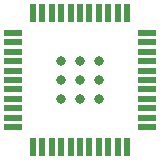
<source format=gbr>
G04 #@! TF.GenerationSoftware,KiCad,Pcbnew,(5.1.10)-1*
G04 #@! TF.CreationDate,2021-12-08T21:24:47+07:00*
G04 #@! TF.ProjectId,32u4mu to 32u4au,33327534-6d75-4207-946f-203332753461,rev?*
G04 #@! TF.SameCoordinates,Original*
G04 #@! TF.FileFunction,Copper,L2,Bot*
G04 #@! TF.FilePolarity,Positive*
%FSLAX46Y46*%
G04 Gerber Fmt 4.6, Leading zero omitted, Abs format (unit mm)*
G04 Created by KiCad (PCBNEW (5.1.10)-1) date 2021-12-08 21:24:47*
%MOMM*%
%LPD*%
G01*
G04 APERTURE LIST*
G04 #@! TA.AperFunction,SMDPad,CuDef*
%ADD10R,1.500000X0.550000*%
G04 #@! TD*
G04 #@! TA.AperFunction,SMDPad,CuDef*
%ADD11R,0.550000X1.500000*%
G04 #@! TD*
G04 #@! TA.AperFunction,ViaPad*
%ADD12C,0.600000*%
G04 #@! TD*
G04 #@! TA.AperFunction,ViaPad*
%ADD13C,0.800000*%
G04 #@! TD*
G04 APERTURE END LIST*
D10*
X88756250Y-61943750D03*
X88756250Y-61143750D03*
X88756250Y-60343750D03*
X88756250Y-59543750D03*
X88756250Y-58743750D03*
X88756250Y-57943750D03*
X88756250Y-57143750D03*
X88756250Y-56343750D03*
X88756250Y-55543750D03*
X88756250Y-54743750D03*
X88756250Y-53943750D03*
D11*
X90456250Y-52243750D03*
X91256250Y-52243750D03*
X92056250Y-52243750D03*
X92856250Y-52243750D03*
X93656250Y-52243750D03*
X94456250Y-52243750D03*
X95256250Y-52243750D03*
X96056250Y-52243750D03*
X96856250Y-52243750D03*
X97656250Y-52243750D03*
X98456250Y-52243750D03*
D10*
X100156250Y-53943750D03*
X100156250Y-54743750D03*
X100156250Y-55543750D03*
X100156250Y-56343750D03*
X100156250Y-57143750D03*
X100156250Y-57943750D03*
X100156250Y-58743750D03*
X100156250Y-59543750D03*
X100156250Y-60343750D03*
X100156250Y-61143750D03*
X100156250Y-61943750D03*
D11*
X98456250Y-63643750D03*
X97656250Y-63643750D03*
X96856250Y-63643750D03*
X96056250Y-63643750D03*
X95256250Y-63643750D03*
X94456250Y-63643750D03*
X93656250Y-63643750D03*
X92856250Y-63643750D03*
X92056250Y-63643750D03*
X91256250Y-63643750D03*
X90456250Y-63643750D03*
D12*
X90456250Y-52418750D03*
X99987500Y-61143750D03*
D13*
X94456250Y-57943750D03*
X92868750Y-57943750D03*
X92868750Y-59531250D03*
X94456250Y-59531250D03*
X96043750Y-59531250D03*
X96043750Y-57943750D03*
X96043750Y-56356250D03*
X94456250Y-56356250D03*
X92868750Y-56356250D03*
D12*
X91256250Y-52412500D03*
X97656250Y-52362500D03*
X99981250Y-61943750D03*
X92856250Y-63512500D03*
X92056250Y-52406250D03*
X92856250Y-52400000D03*
X93656250Y-52393750D03*
X94456250Y-52387500D03*
X95256250Y-52381250D03*
X96056250Y-52375000D03*
X96856250Y-52368750D03*
X98456250Y-52356250D03*
X92056250Y-63518750D03*
X100043750Y-53943750D03*
X100037500Y-54743750D03*
X100031250Y-55543750D03*
X100025000Y-56343750D03*
X100018750Y-57143750D03*
X100012500Y-57943750D03*
X100006250Y-58743750D03*
X100000000Y-59543750D03*
X99993750Y-60343750D03*
X98456250Y-63468750D03*
X97656250Y-63475000D03*
X96856250Y-63481250D03*
X96056250Y-63487500D03*
X95256250Y-63493750D03*
X94456250Y-63500000D03*
X93656250Y-63506250D03*
X91256250Y-63525000D03*
X90456250Y-63531250D03*
X88868750Y-61943750D03*
X88875000Y-61143750D03*
X88881250Y-60343750D03*
X88887500Y-59543750D03*
X88893750Y-58743750D03*
X88900000Y-57943750D03*
X88906250Y-57143750D03*
X88912500Y-56343750D03*
X88918750Y-55543750D03*
X88925000Y-54743750D03*
X88931250Y-53943750D03*
M02*

</source>
